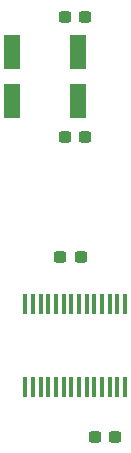
<source format=gbr>
%TF.GenerationSoftware,KiCad,Pcbnew,7.0.9*%
%TF.CreationDate,2023-12-16T19:18:52+09:00*%
%TF.ProjectId,STM32F405_dev_board,53544d33-3246-4343-9035-5f6465765f62,1.0.0*%
%TF.SameCoordinates,Original*%
%TF.FileFunction,Paste,Bot*%
%TF.FilePolarity,Positive*%
%FSLAX46Y46*%
G04 Gerber Fmt 4.6, Leading zero omitted, Abs format (unit mm)*
G04 Created by KiCad (PCBNEW 7.0.9) date 2023-12-16 19:18:52*
%MOMM*%
%LPD*%
G01*
G04 APERTURE LIST*
G04 Aperture macros list*
%AMRoundRect*
0 Rectangle with rounded corners*
0 $1 Rounding radius*
0 $2 $3 $4 $5 $6 $7 $8 $9 X,Y pos of 4 corners*
0 Add a 4 corners polygon primitive as box body*
4,1,4,$2,$3,$4,$5,$6,$7,$8,$9,$2,$3,0*
0 Add four circle primitives for the rounded corners*
1,1,$1+$1,$2,$3*
1,1,$1+$1,$4,$5*
1,1,$1+$1,$6,$7*
1,1,$1+$1,$8,$9*
0 Add four rect primitives between the rounded corners*
20,1,$1+$1,$2,$3,$4,$5,0*
20,1,$1+$1,$4,$5,$6,$7,0*
20,1,$1+$1,$6,$7,$8,$9,0*
20,1,$1+$1,$8,$9,$2,$3,0*%
G04 Aperture macros list end*
%ADD10R,0.450000X1.725000*%
%ADD11RoundRect,0.237500X0.300000X0.237500X-0.300000X0.237500X-0.300000X-0.237500X0.300000X-0.237500X0*%
%ADD12RoundRect,0.237500X-0.300000X-0.237500X0.300000X-0.237500X0.300000X0.237500X-0.300000X0.237500X0*%
%ADD13R,1.430000X2.850000*%
G04 APERTURE END LIST*
D10*
%TO.C,IC2*%
X149478250Y-120865000D03*
X150128250Y-120865000D03*
X150778250Y-120865000D03*
X151428250Y-120865000D03*
X152078250Y-120865000D03*
X152728250Y-120865000D03*
X153378250Y-120865000D03*
X154028250Y-120865000D03*
X154678250Y-120865000D03*
X155328250Y-120865000D03*
X155978250Y-120865000D03*
X156628250Y-120865000D03*
X157278250Y-120865000D03*
X157928250Y-120865000D03*
X157928250Y-127889000D03*
X157278250Y-127889000D03*
X156628250Y-127889000D03*
X155978250Y-127889000D03*
X155328250Y-127889000D03*
X154678250Y-127889000D03*
X154028250Y-127889000D03*
X153378250Y-127889000D03*
X152728250Y-127889000D03*
X152078250Y-127889000D03*
X151428250Y-127889000D03*
X150778250Y-127889000D03*
X150128250Y-127889000D03*
X149478250Y-127889000D03*
%TD*%
D11*
%TO.C,C12*%
X154532500Y-106680000D03*
X152807500Y-106680000D03*
%TD*%
D12*
%TO.C,C5*%
X155347500Y-132080000D03*
X157072500Y-132080000D03*
%TD*%
D11*
%TO.C,C1*%
X154151500Y-116840000D03*
X152426500Y-116840000D03*
%TD*%
D13*
%TO.C,Y2*%
X148315000Y-99525000D03*
X153945000Y-99525000D03*
X153945000Y-103675000D03*
X148315000Y-103675000D03*
%TD*%
D11*
%TO.C,C11*%
X154532500Y-96520000D03*
X152807500Y-96520000D03*
%TD*%
M02*

</source>
